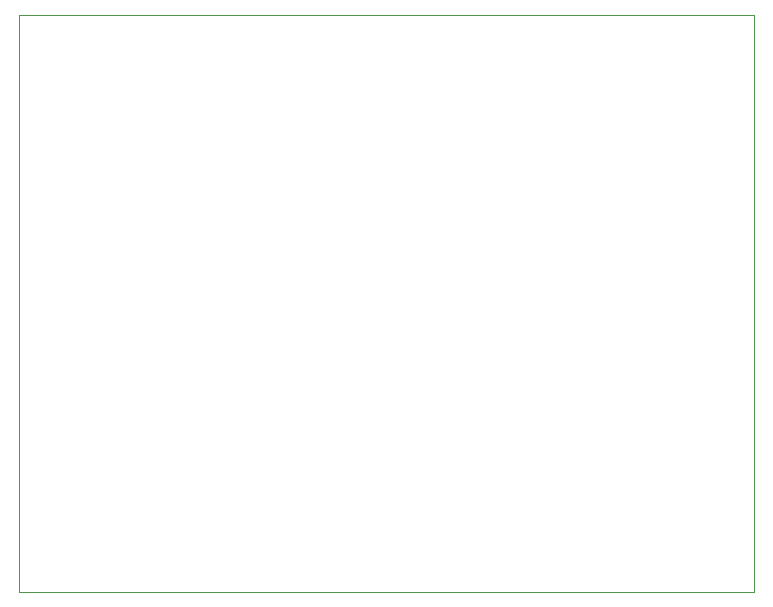
<source format=gbr>
%TF.GenerationSoftware,KiCad,Pcbnew,(5.1.6)-1*%
%TF.CreationDate,2020-09-16T20:02:01-05:00*%
%TF.ProjectId,asdf,61736466-2e6b-4696-9361-645f70636258,rev?*%
%TF.SameCoordinates,Original*%
%TF.FileFunction,Profile,NP*%
%FSLAX46Y46*%
G04 Gerber Fmt 4.6, Leading zero omitted, Abs format (unit mm)*
G04 Created by KiCad (PCBNEW (5.1.6)-1) date 2020-09-16 20:02:01*
%MOMM*%
%LPD*%
G01*
G04 APERTURE LIST*
%TA.AperFunction,Profile*%
%ADD10C,0.050000*%
%TD*%
G04 APERTURE END LIST*
D10*
X71564500Y-59182000D02*
X72199500Y-59182000D01*
X71564500Y-108077000D02*
X71564500Y-59182000D01*
X133858000Y-108077000D02*
X71564500Y-108077000D01*
X133858000Y-59182000D02*
X133858000Y-108077000D01*
X72199500Y-59182000D02*
X133858000Y-59182000D01*
M02*

</source>
